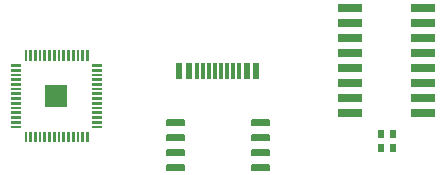
<source format=gbr>
G04 EAGLE Gerber RS-274X export*
G75*
%MOMM*%
%FSLAX34Y34*%
%LPD*%
%INSolderpaste Top*%
%IPPOS*%
%AMOC8*
5,1,8,0,0,1.08239X$1,22.5*%
G01*
%ADD10C,0.145000*%
%ADD11R,1.960000X1.960000*%
%ADD12C,0.050000*%
%ADD13R,2.032000X0.660400*%
%ADD14R,0.600000X1.450000*%
%ADD15R,0.300000X1.450000*%
%ADD16R,0.600000X0.700000*%


D10*
X504975Y893953D02*
X519625Y893953D01*
X519625Y889603D01*
X504975Y889603D01*
X504975Y893953D01*
X504975Y890980D02*
X519625Y890980D01*
X519625Y892357D02*
X504975Y892357D01*
X504975Y893734D02*
X519625Y893734D01*
X519625Y906653D02*
X504975Y906653D01*
X519625Y906653D02*
X519625Y902303D01*
X504975Y902303D01*
X504975Y906653D01*
X504975Y903680D02*
X519625Y903680D01*
X519625Y905057D02*
X504975Y905057D01*
X504975Y906434D02*
X519625Y906434D01*
X519625Y919353D02*
X504975Y919353D01*
X519625Y919353D02*
X519625Y915003D01*
X504975Y915003D01*
X504975Y919353D01*
X504975Y916380D02*
X519625Y916380D01*
X519625Y917757D02*
X504975Y917757D01*
X504975Y919134D02*
X519625Y919134D01*
X519625Y932053D02*
X504975Y932053D01*
X519625Y932053D02*
X519625Y927703D01*
X504975Y927703D01*
X504975Y932053D01*
X504975Y929080D02*
X519625Y929080D01*
X519625Y930457D02*
X504975Y930457D01*
X504975Y931834D02*
X519625Y931834D01*
X447525Y932053D02*
X432875Y932053D01*
X447525Y932053D02*
X447525Y927703D01*
X432875Y927703D01*
X432875Y932053D01*
X432875Y929080D02*
X447525Y929080D01*
X447525Y930457D02*
X432875Y930457D01*
X432875Y931834D02*
X447525Y931834D01*
X447525Y919353D02*
X432875Y919353D01*
X447525Y919353D02*
X447525Y915003D01*
X432875Y915003D01*
X432875Y919353D01*
X432875Y916380D02*
X447525Y916380D01*
X447525Y917757D02*
X432875Y917757D01*
X432875Y919134D02*
X447525Y919134D01*
X447525Y906653D02*
X432875Y906653D01*
X447525Y906653D02*
X447525Y902303D01*
X432875Y902303D01*
X432875Y906653D01*
X432875Y903680D02*
X447525Y903680D01*
X447525Y905057D02*
X432875Y905057D01*
X432875Y906434D02*
X447525Y906434D01*
X447525Y893953D02*
X432875Y893953D01*
X447525Y893953D02*
X447525Y889603D01*
X432875Y889603D01*
X432875Y893953D01*
X432875Y890980D02*
X447525Y890980D01*
X447525Y892357D02*
X432875Y892357D01*
X432875Y893734D02*
X447525Y893734D01*
D11*
X339328Y952500D03*
D12*
X301028Y977750D02*
X301028Y979250D01*
X308928Y979250D01*
X308928Y977750D01*
X301028Y977750D01*
X301028Y978225D02*
X308928Y978225D01*
X308928Y978700D02*
X301028Y978700D01*
X301028Y979175D02*
X308928Y979175D01*
X301028Y975250D02*
X301028Y973750D01*
X301028Y975250D02*
X308928Y975250D01*
X308928Y973750D01*
X301028Y973750D01*
X301028Y974225D02*
X308928Y974225D01*
X308928Y974700D02*
X301028Y974700D01*
X301028Y975175D02*
X308928Y975175D01*
X301028Y971250D02*
X301028Y969750D01*
X301028Y971250D02*
X308928Y971250D01*
X308928Y969750D01*
X301028Y969750D01*
X301028Y970225D02*
X308928Y970225D01*
X308928Y970700D02*
X301028Y970700D01*
X301028Y971175D02*
X308928Y971175D01*
X301028Y967250D02*
X301028Y965750D01*
X301028Y967250D02*
X308928Y967250D01*
X308928Y965750D01*
X301028Y965750D01*
X301028Y966225D02*
X308928Y966225D01*
X308928Y966700D02*
X301028Y966700D01*
X301028Y967175D02*
X308928Y967175D01*
X301028Y963250D02*
X301028Y961750D01*
X301028Y963250D02*
X308928Y963250D01*
X308928Y961750D01*
X301028Y961750D01*
X301028Y962225D02*
X308928Y962225D01*
X308928Y962700D02*
X301028Y962700D01*
X301028Y963175D02*
X308928Y963175D01*
X301028Y959250D02*
X301028Y957750D01*
X301028Y959250D02*
X308928Y959250D01*
X308928Y957750D01*
X301028Y957750D01*
X301028Y958225D02*
X308928Y958225D01*
X308928Y958700D02*
X301028Y958700D01*
X301028Y959175D02*
X308928Y959175D01*
X301028Y955250D02*
X301028Y953750D01*
X301028Y955250D02*
X308928Y955250D01*
X308928Y953750D01*
X301028Y953750D01*
X301028Y954225D02*
X308928Y954225D01*
X308928Y954700D02*
X301028Y954700D01*
X301028Y955175D02*
X308928Y955175D01*
X301028Y951250D02*
X301028Y949750D01*
X301028Y951250D02*
X308928Y951250D01*
X308928Y949750D01*
X301028Y949750D01*
X301028Y950225D02*
X308928Y950225D01*
X308928Y950700D02*
X301028Y950700D01*
X301028Y951175D02*
X308928Y951175D01*
X301028Y947250D02*
X301028Y945750D01*
X301028Y947250D02*
X308928Y947250D01*
X308928Y945750D01*
X301028Y945750D01*
X301028Y946225D02*
X308928Y946225D01*
X308928Y946700D02*
X301028Y946700D01*
X301028Y947175D02*
X308928Y947175D01*
X301028Y943250D02*
X301028Y941750D01*
X301028Y943250D02*
X308928Y943250D01*
X308928Y941750D01*
X301028Y941750D01*
X301028Y942225D02*
X308928Y942225D01*
X308928Y942700D02*
X301028Y942700D01*
X301028Y943175D02*
X308928Y943175D01*
X301028Y939250D02*
X301028Y937750D01*
X301028Y939250D02*
X308928Y939250D01*
X308928Y937750D01*
X301028Y937750D01*
X301028Y938225D02*
X308928Y938225D01*
X308928Y938700D02*
X301028Y938700D01*
X301028Y939175D02*
X308928Y939175D01*
X301028Y935250D02*
X301028Y933750D01*
X301028Y935250D02*
X308928Y935250D01*
X308928Y933750D01*
X301028Y933750D01*
X301028Y934225D02*
X308928Y934225D01*
X308928Y934700D02*
X301028Y934700D01*
X301028Y935175D02*
X308928Y935175D01*
X301028Y931250D02*
X301028Y929750D01*
X301028Y931250D02*
X308928Y931250D01*
X308928Y929750D01*
X301028Y929750D01*
X301028Y930225D02*
X308928Y930225D01*
X308928Y930700D02*
X301028Y930700D01*
X301028Y931175D02*
X308928Y931175D01*
X301028Y927250D02*
X301028Y925750D01*
X301028Y927250D02*
X308928Y927250D01*
X308928Y925750D01*
X301028Y925750D01*
X301028Y926225D02*
X308928Y926225D01*
X308928Y926700D02*
X301028Y926700D01*
X301028Y927175D02*
X308928Y927175D01*
X369728Y927250D02*
X369728Y925750D01*
X369728Y927250D02*
X377628Y927250D01*
X377628Y925750D01*
X369728Y925750D01*
X369728Y926225D02*
X377628Y926225D01*
X377628Y926700D02*
X369728Y926700D01*
X369728Y927175D02*
X377628Y927175D01*
X369728Y929750D02*
X369728Y931250D01*
X377628Y931250D01*
X377628Y929750D01*
X369728Y929750D01*
X369728Y930225D02*
X377628Y930225D01*
X377628Y930700D02*
X369728Y930700D01*
X369728Y931175D02*
X377628Y931175D01*
X369728Y933750D02*
X369728Y935250D01*
X377628Y935250D01*
X377628Y933750D01*
X369728Y933750D01*
X369728Y934225D02*
X377628Y934225D01*
X377628Y934700D02*
X369728Y934700D01*
X369728Y935175D02*
X377628Y935175D01*
X369728Y937750D02*
X369728Y939250D01*
X377628Y939250D01*
X377628Y937750D01*
X369728Y937750D01*
X369728Y938225D02*
X377628Y938225D01*
X377628Y938700D02*
X369728Y938700D01*
X369728Y939175D02*
X377628Y939175D01*
X369728Y941750D02*
X369728Y943250D01*
X377628Y943250D01*
X377628Y941750D01*
X369728Y941750D01*
X369728Y942225D02*
X377628Y942225D01*
X377628Y942700D02*
X369728Y942700D01*
X369728Y943175D02*
X377628Y943175D01*
X369728Y945750D02*
X369728Y947250D01*
X377628Y947250D01*
X377628Y945750D01*
X369728Y945750D01*
X369728Y946225D02*
X377628Y946225D01*
X377628Y946700D02*
X369728Y946700D01*
X369728Y947175D02*
X377628Y947175D01*
X369728Y949750D02*
X369728Y951250D01*
X377628Y951250D01*
X377628Y949750D01*
X369728Y949750D01*
X369728Y950225D02*
X377628Y950225D01*
X377628Y950700D02*
X369728Y950700D01*
X369728Y951175D02*
X377628Y951175D01*
X369728Y953750D02*
X369728Y955250D01*
X377628Y955250D01*
X377628Y953750D01*
X369728Y953750D01*
X369728Y954225D02*
X377628Y954225D01*
X377628Y954700D02*
X369728Y954700D01*
X369728Y955175D02*
X377628Y955175D01*
X369728Y957750D02*
X369728Y959250D01*
X377628Y959250D01*
X377628Y957750D01*
X369728Y957750D01*
X369728Y958225D02*
X377628Y958225D01*
X377628Y958700D02*
X369728Y958700D01*
X369728Y959175D02*
X377628Y959175D01*
X369728Y961750D02*
X369728Y963250D01*
X377628Y963250D01*
X377628Y961750D01*
X369728Y961750D01*
X369728Y962225D02*
X377628Y962225D01*
X377628Y962700D02*
X369728Y962700D01*
X369728Y963175D02*
X377628Y963175D01*
X369728Y965750D02*
X369728Y967250D01*
X377628Y967250D01*
X377628Y965750D01*
X369728Y965750D01*
X369728Y966225D02*
X377628Y966225D01*
X377628Y966700D02*
X369728Y966700D01*
X369728Y967175D02*
X377628Y967175D01*
X369728Y969750D02*
X369728Y971250D01*
X377628Y971250D01*
X377628Y969750D01*
X369728Y969750D01*
X369728Y970225D02*
X377628Y970225D01*
X377628Y970700D02*
X369728Y970700D01*
X369728Y971175D02*
X377628Y971175D01*
X369728Y973750D02*
X369728Y975250D01*
X377628Y975250D01*
X377628Y973750D01*
X369728Y973750D01*
X369728Y974225D02*
X377628Y974225D01*
X377628Y974700D02*
X369728Y974700D01*
X369728Y975175D02*
X377628Y975175D01*
X369728Y977750D02*
X369728Y979250D01*
X377628Y979250D01*
X377628Y977750D01*
X369728Y977750D01*
X369728Y978225D02*
X377628Y978225D01*
X377628Y978700D02*
X369728Y978700D01*
X369728Y979175D02*
X377628Y979175D01*
X364578Y982900D02*
X364578Y990800D01*
X366078Y990800D01*
X366078Y982900D01*
X364578Y982900D01*
X364578Y983375D02*
X366078Y983375D01*
X366078Y983850D02*
X364578Y983850D01*
X364578Y984325D02*
X366078Y984325D01*
X366078Y984800D02*
X364578Y984800D01*
X364578Y985275D02*
X366078Y985275D01*
X366078Y985750D02*
X364578Y985750D01*
X364578Y986225D02*
X366078Y986225D01*
X366078Y986700D02*
X364578Y986700D01*
X364578Y987175D02*
X366078Y987175D01*
X366078Y987650D02*
X364578Y987650D01*
X364578Y988125D02*
X366078Y988125D01*
X366078Y988600D02*
X364578Y988600D01*
X364578Y989075D02*
X366078Y989075D01*
X366078Y989550D02*
X364578Y989550D01*
X364578Y990025D02*
X366078Y990025D01*
X366078Y990500D02*
X364578Y990500D01*
X360578Y990800D02*
X360578Y982900D01*
X360578Y990800D02*
X362078Y990800D01*
X362078Y982900D01*
X360578Y982900D01*
X360578Y983375D02*
X362078Y983375D01*
X362078Y983850D02*
X360578Y983850D01*
X360578Y984325D02*
X362078Y984325D01*
X362078Y984800D02*
X360578Y984800D01*
X360578Y985275D02*
X362078Y985275D01*
X362078Y985750D02*
X360578Y985750D01*
X360578Y986225D02*
X362078Y986225D01*
X362078Y986700D02*
X360578Y986700D01*
X360578Y987175D02*
X362078Y987175D01*
X362078Y987650D02*
X360578Y987650D01*
X360578Y988125D02*
X362078Y988125D01*
X362078Y988600D02*
X360578Y988600D01*
X360578Y989075D02*
X362078Y989075D01*
X362078Y989550D02*
X360578Y989550D01*
X360578Y990025D02*
X362078Y990025D01*
X362078Y990500D02*
X360578Y990500D01*
X356578Y990800D02*
X356578Y982900D01*
X356578Y990800D02*
X358078Y990800D01*
X358078Y982900D01*
X356578Y982900D01*
X356578Y983375D02*
X358078Y983375D01*
X358078Y983850D02*
X356578Y983850D01*
X356578Y984325D02*
X358078Y984325D01*
X358078Y984800D02*
X356578Y984800D01*
X356578Y985275D02*
X358078Y985275D01*
X358078Y985750D02*
X356578Y985750D01*
X356578Y986225D02*
X358078Y986225D01*
X358078Y986700D02*
X356578Y986700D01*
X356578Y987175D02*
X358078Y987175D01*
X358078Y987650D02*
X356578Y987650D01*
X356578Y988125D02*
X358078Y988125D01*
X358078Y988600D02*
X356578Y988600D01*
X356578Y989075D02*
X358078Y989075D01*
X358078Y989550D02*
X356578Y989550D01*
X356578Y990025D02*
X358078Y990025D01*
X358078Y990500D02*
X356578Y990500D01*
X352578Y990800D02*
X352578Y982900D01*
X352578Y990800D02*
X354078Y990800D01*
X354078Y982900D01*
X352578Y982900D01*
X352578Y983375D02*
X354078Y983375D01*
X354078Y983850D02*
X352578Y983850D01*
X352578Y984325D02*
X354078Y984325D01*
X354078Y984800D02*
X352578Y984800D01*
X352578Y985275D02*
X354078Y985275D01*
X354078Y985750D02*
X352578Y985750D01*
X352578Y986225D02*
X354078Y986225D01*
X354078Y986700D02*
X352578Y986700D01*
X352578Y987175D02*
X354078Y987175D01*
X354078Y987650D02*
X352578Y987650D01*
X352578Y988125D02*
X354078Y988125D01*
X354078Y988600D02*
X352578Y988600D01*
X352578Y989075D02*
X354078Y989075D01*
X354078Y989550D02*
X352578Y989550D01*
X352578Y990025D02*
X354078Y990025D01*
X354078Y990500D02*
X352578Y990500D01*
X348578Y990800D02*
X348578Y982900D01*
X348578Y990800D02*
X350078Y990800D01*
X350078Y982900D01*
X348578Y982900D01*
X348578Y983375D02*
X350078Y983375D01*
X350078Y983850D02*
X348578Y983850D01*
X348578Y984325D02*
X350078Y984325D01*
X350078Y984800D02*
X348578Y984800D01*
X348578Y985275D02*
X350078Y985275D01*
X350078Y985750D02*
X348578Y985750D01*
X348578Y986225D02*
X350078Y986225D01*
X350078Y986700D02*
X348578Y986700D01*
X348578Y987175D02*
X350078Y987175D01*
X350078Y987650D02*
X348578Y987650D01*
X348578Y988125D02*
X350078Y988125D01*
X350078Y988600D02*
X348578Y988600D01*
X348578Y989075D02*
X350078Y989075D01*
X350078Y989550D02*
X348578Y989550D01*
X348578Y990025D02*
X350078Y990025D01*
X350078Y990500D02*
X348578Y990500D01*
X344578Y990800D02*
X344578Y982900D01*
X344578Y990800D02*
X346078Y990800D01*
X346078Y982900D01*
X344578Y982900D01*
X344578Y983375D02*
X346078Y983375D01*
X346078Y983850D02*
X344578Y983850D01*
X344578Y984325D02*
X346078Y984325D01*
X346078Y984800D02*
X344578Y984800D01*
X344578Y985275D02*
X346078Y985275D01*
X346078Y985750D02*
X344578Y985750D01*
X344578Y986225D02*
X346078Y986225D01*
X346078Y986700D02*
X344578Y986700D01*
X344578Y987175D02*
X346078Y987175D01*
X346078Y987650D02*
X344578Y987650D01*
X344578Y988125D02*
X346078Y988125D01*
X346078Y988600D02*
X344578Y988600D01*
X344578Y989075D02*
X346078Y989075D01*
X346078Y989550D02*
X344578Y989550D01*
X344578Y990025D02*
X346078Y990025D01*
X346078Y990500D02*
X344578Y990500D01*
X340578Y990800D02*
X340578Y982900D01*
X340578Y990800D02*
X342078Y990800D01*
X342078Y982900D01*
X340578Y982900D01*
X340578Y983375D02*
X342078Y983375D01*
X342078Y983850D02*
X340578Y983850D01*
X340578Y984325D02*
X342078Y984325D01*
X342078Y984800D02*
X340578Y984800D01*
X340578Y985275D02*
X342078Y985275D01*
X342078Y985750D02*
X340578Y985750D01*
X340578Y986225D02*
X342078Y986225D01*
X342078Y986700D02*
X340578Y986700D01*
X340578Y987175D02*
X342078Y987175D01*
X342078Y987650D02*
X340578Y987650D01*
X340578Y988125D02*
X342078Y988125D01*
X342078Y988600D02*
X340578Y988600D01*
X340578Y989075D02*
X342078Y989075D01*
X342078Y989550D02*
X340578Y989550D01*
X340578Y990025D02*
X342078Y990025D01*
X342078Y990500D02*
X340578Y990500D01*
X336578Y990800D02*
X336578Y982900D01*
X336578Y990800D02*
X338078Y990800D01*
X338078Y982900D01*
X336578Y982900D01*
X336578Y983375D02*
X338078Y983375D01*
X338078Y983850D02*
X336578Y983850D01*
X336578Y984325D02*
X338078Y984325D01*
X338078Y984800D02*
X336578Y984800D01*
X336578Y985275D02*
X338078Y985275D01*
X338078Y985750D02*
X336578Y985750D01*
X336578Y986225D02*
X338078Y986225D01*
X338078Y986700D02*
X336578Y986700D01*
X336578Y987175D02*
X338078Y987175D01*
X338078Y987650D02*
X336578Y987650D01*
X336578Y988125D02*
X338078Y988125D01*
X338078Y988600D02*
X336578Y988600D01*
X336578Y989075D02*
X338078Y989075D01*
X338078Y989550D02*
X336578Y989550D01*
X336578Y990025D02*
X338078Y990025D01*
X338078Y990500D02*
X336578Y990500D01*
X332578Y990800D02*
X332578Y982900D01*
X332578Y990800D02*
X334078Y990800D01*
X334078Y982900D01*
X332578Y982900D01*
X332578Y983375D02*
X334078Y983375D01*
X334078Y983850D02*
X332578Y983850D01*
X332578Y984325D02*
X334078Y984325D01*
X334078Y984800D02*
X332578Y984800D01*
X332578Y985275D02*
X334078Y985275D01*
X334078Y985750D02*
X332578Y985750D01*
X332578Y986225D02*
X334078Y986225D01*
X334078Y986700D02*
X332578Y986700D01*
X332578Y987175D02*
X334078Y987175D01*
X334078Y987650D02*
X332578Y987650D01*
X332578Y988125D02*
X334078Y988125D01*
X334078Y988600D02*
X332578Y988600D01*
X332578Y989075D02*
X334078Y989075D01*
X334078Y989550D02*
X332578Y989550D01*
X332578Y990025D02*
X334078Y990025D01*
X334078Y990500D02*
X332578Y990500D01*
X328578Y990800D02*
X328578Y982900D01*
X328578Y990800D02*
X330078Y990800D01*
X330078Y982900D01*
X328578Y982900D01*
X328578Y983375D02*
X330078Y983375D01*
X330078Y983850D02*
X328578Y983850D01*
X328578Y984325D02*
X330078Y984325D01*
X330078Y984800D02*
X328578Y984800D01*
X328578Y985275D02*
X330078Y985275D01*
X330078Y985750D02*
X328578Y985750D01*
X328578Y986225D02*
X330078Y986225D01*
X330078Y986700D02*
X328578Y986700D01*
X328578Y987175D02*
X330078Y987175D01*
X330078Y987650D02*
X328578Y987650D01*
X328578Y988125D02*
X330078Y988125D01*
X330078Y988600D02*
X328578Y988600D01*
X328578Y989075D02*
X330078Y989075D01*
X330078Y989550D02*
X328578Y989550D01*
X328578Y990025D02*
X330078Y990025D01*
X330078Y990500D02*
X328578Y990500D01*
X324578Y990800D02*
X324578Y982900D01*
X324578Y990800D02*
X326078Y990800D01*
X326078Y982900D01*
X324578Y982900D01*
X324578Y983375D02*
X326078Y983375D01*
X326078Y983850D02*
X324578Y983850D01*
X324578Y984325D02*
X326078Y984325D01*
X326078Y984800D02*
X324578Y984800D01*
X324578Y985275D02*
X326078Y985275D01*
X326078Y985750D02*
X324578Y985750D01*
X324578Y986225D02*
X326078Y986225D01*
X326078Y986700D02*
X324578Y986700D01*
X324578Y987175D02*
X326078Y987175D01*
X326078Y987650D02*
X324578Y987650D01*
X324578Y988125D02*
X326078Y988125D01*
X326078Y988600D02*
X324578Y988600D01*
X324578Y989075D02*
X326078Y989075D01*
X326078Y989550D02*
X324578Y989550D01*
X324578Y990025D02*
X326078Y990025D01*
X326078Y990500D02*
X324578Y990500D01*
X320578Y990800D02*
X320578Y982900D01*
X320578Y990800D02*
X322078Y990800D01*
X322078Y982900D01*
X320578Y982900D01*
X320578Y983375D02*
X322078Y983375D01*
X322078Y983850D02*
X320578Y983850D01*
X320578Y984325D02*
X322078Y984325D01*
X322078Y984800D02*
X320578Y984800D01*
X320578Y985275D02*
X322078Y985275D01*
X322078Y985750D02*
X320578Y985750D01*
X320578Y986225D02*
X322078Y986225D01*
X322078Y986700D02*
X320578Y986700D01*
X320578Y987175D02*
X322078Y987175D01*
X322078Y987650D02*
X320578Y987650D01*
X320578Y988125D02*
X322078Y988125D01*
X322078Y988600D02*
X320578Y988600D01*
X320578Y989075D02*
X322078Y989075D01*
X322078Y989550D02*
X320578Y989550D01*
X320578Y990025D02*
X322078Y990025D01*
X322078Y990500D02*
X320578Y990500D01*
X316578Y990800D02*
X316578Y982900D01*
X316578Y990800D02*
X318078Y990800D01*
X318078Y982900D01*
X316578Y982900D01*
X316578Y983375D02*
X318078Y983375D01*
X318078Y983850D02*
X316578Y983850D01*
X316578Y984325D02*
X318078Y984325D01*
X318078Y984800D02*
X316578Y984800D01*
X316578Y985275D02*
X318078Y985275D01*
X318078Y985750D02*
X316578Y985750D01*
X316578Y986225D02*
X318078Y986225D01*
X318078Y986700D02*
X316578Y986700D01*
X316578Y987175D02*
X318078Y987175D01*
X318078Y987650D02*
X316578Y987650D01*
X316578Y988125D02*
X318078Y988125D01*
X318078Y988600D02*
X316578Y988600D01*
X316578Y989075D02*
X318078Y989075D01*
X318078Y989550D02*
X316578Y989550D01*
X316578Y990025D02*
X318078Y990025D01*
X318078Y990500D02*
X316578Y990500D01*
X312578Y990800D02*
X312578Y982900D01*
X312578Y990800D02*
X314078Y990800D01*
X314078Y982900D01*
X312578Y982900D01*
X312578Y983375D02*
X314078Y983375D01*
X314078Y983850D02*
X312578Y983850D01*
X312578Y984325D02*
X314078Y984325D01*
X314078Y984800D02*
X312578Y984800D01*
X312578Y985275D02*
X314078Y985275D01*
X314078Y985750D02*
X312578Y985750D01*
X312578Y986225D02*
X314078Y986225D01*
X314078Y986700D02*
X312578Y986700D01*
X312578Y987175D02*
X314078Y987175D01*
X314078Y987650D02*
X312578Y987650D01*
X312578Y988125D02*
X314078Y988125D01*
X314078Y988600D02*
X312578Y988600D01*
X312578Y989075D02*
X314078Y989075D01*
X314078Y989550D02*
X312578Y989550D01*
X312578Y990025D02*
X314078Y990025D01*
X314078Y990500D02*
X312578Y990500D01*
X312578Y922100D02*
X312578Y914200D01*
X312578Y922100D02*
X314078Y922100D01*
X314078Y914200D01*
X312578Y914200D01*
X312578Y914675D02*
X314078Y914675D01*
X314078Y915150D02*
X312578Y915150D01*
X312578Y915625D02*
X314078Y915625D01*
X314078Y916100D02*
X312578Y916100D01*
X312578Y916575D02*
X314078Y916575D01*
X314078Y917050D02*
X312578Y917050D01*
X312578Y917525D02*
X314078Y917525D01*
X314078Y918000D02*
X312578Y918000D01*
X312578Y918475D02*
X314078Y918475D01*
X314078Y918950D02*
X312578Y918950D01*
X312578Y919425D02*
X314078Y919425D01*
X314078Y919900D02*
X312578Y919900D01*
X312578Y920375D02*
X314078Y920375D01*
X314078Y920850D02*
X312578Y920850D01*
X312578Y921325D02*
X314078Y921325D01*
X314078Y921800D02*
X312578Y921800D01*
X316578Y922100D02*
X316578Y914200D01*
X316578Y922100D02*
X318078Y922100D01*
X318078Y914200D01*
X316578Y914200D01*
X316578Y914675D02*
X318078Y914675D01*
X318078Y915150D02*
X316578Y915150D01*
X316578Y915625D02*
X318078Y915625D01*
X318078Y916100D02*
X316578Y916100D01*
X316578Y916575D02*
X318078Y916575D01*
X318078Y917050D02*
X316578Y917050D01*
X316578Y917525D02*
X318078Y917525D01*
X318078Y918000D02*
X316578Y918000D01*
X316578Y918475D02*
X318078Y918475D01*
X318078Y918950D02*
X316578Y918950D01*
X316578Y919425D02*
X318078Y919425D01*
X318078Y919900D02*
X316578Y919900D01*
X316578Y920375D02*
X318078Y920375D01*
X318078Y920850D02*
X316578Y920850D01*
X316578Y921325D02*
X318078Y921325D01*
X318078Y921800D02*
X316578Y921800D01*
X320578Y922100D02*
X320578Y914200D01*
X320578Y922100D02*
X322078Y922100D01*
X322078Y914200D01*
X320578Y914200D01*
X320578Y914675D02*
X322078Y914675D01*
X322078Y915150D02*
X320578Y915150D01*
X320578Y915625D02*
X322078Y915625D01*
X322078Y916100D02*
X320578Y916100D01*
X320578Y916575D02*
X322078Y916575D01*
X322078Y917050D02*
X320578Y917050D01*
X320578Y917525D02*
X322078Y917525D01*
X322078Y918000D02*
X320578Y918000D01*
X320578Y918475D02*
X322078Y918475D01*
X322078Y918950D02*
X320578Y918950D01*
X320578Y919425D02*
X322078Y919425D01*
X322078Y919900D02*
X320578Y919900D01*
X320578Y920375D02*
X322078Y920375D01*
X322078Y920850D02*
X320578Y920850D01*
X320578Y921325D02*
X322078Y921325D01*
X322078Y921800D02*
X320578Y921800D01*
X324578Y922100D02*
X324578Y914200D01*
X324578Y922100D02*
X326078Y922100D01*
X326078Y914200D01*
X324578Y914200D01*
X324578Y914675D02*
X326078Y914675D01*
X326078Y915150D02*
X324578Y915150D01*
X324578Y915625D02*
X326078Y915625D01*
X326078Y916100D02*
X324578Y916100D01*
X324578Y916575D02*
X326078Y916575D01*
X326078Y917050D02*
X324578Y917050D01*
X324578Y917525D02*
X326078Y917525D01*
X326078Y918000D02*
X324578Y918000D01*
X324578Y918475D02*
X326078Y918475D01*
X326078Y918950D02*
X324578Y918950D01*
X324578Y919425D02*
X326078Y919425D01*
X326078Y919900D02*
X324578Y919900D01*
X324578Y920375D02*
X326078Y920375D01*
X326078Y920850D02*
X324578Y920850D01*
X324578Y921325D02*
X326078Y921325D01*
X326078Y921800D02*
X324578Y921800D01*
X328578Y922100D02*
X328578Y914200D01*
X328578Y922100D02*
X330078Y922100D01*
X330078Y914200D01*
X328578Y914200D01*
X328578Y914675D02*
X330078Y914675D01*
X330078Y915150D02*
X328578Y915150D01*
X328578Y915625D02*
X330078Y915625D01*
X330078Y916100D02*
X328578Y916100D01*
X328578Y916575D02*
X330078Y916575D01*
X330078Y917050D02*
X328578Y917050D01*
X328578Y917525D02*
X330078Y917525D01*
X330078Y918000D02*
X328578Y918000D01*
X328578Y918475D02*
X330078Y918475D01*
X330078Y918950D02*
X328578Y918950D01*
X328578Y919425D02*
X330078Y919425D01*
X330078Y919900D02*
X328578Y919900D01*
X328578Y920375D02*
X330078Y920375D01*
X330078Y920850D02*
X328578Y920850D01*
X328578Y921325D02*
X330078Y921325D01*
X330078Y921800D02*
X328578Y921800D01*
X332578Y922100D02*
X332578Y914200D01*
X332578Y922100D02*
X334078Y922100D01*
X334078Y914200D01*
X332578Y914200D01*
X332578Y914675D02*
X334078Y914675D01*
X334078Y915150D02*
X332578Y915150D01*
X332578Y915625D02*
X334078Y915625D01*
X334078Y916100D02*
X332578Y916100D01*
X332578Y916575D02*
X334078Y916575D01*
X334078Y917050D02*
X332578Y917050D01*
X332578Y917525D02*
X334078Y917525D01*
X334078Y918000D02*
X332578Y918000D01*
X332578Y918475D02*
X334078Y918475D01*
X334078Y918950D02*
X332578Y918950D01*
X332578Y919425D02*
X334078Y919425D01*
X334078Y919900D02*
X332578Y919900D01*
X332578Y920375D02*
X334078Y920375D01*
X334078Y920850D02*
X332578Y920850D01*
X332578Y921325D02*
X334078Y921325D01*
X334078Y921800D02*
X332578Y921800D01*
X336578Y922100D02*
X336578Y914200D01*
X336578Y922100D02*
X338078Y922100D01*
X338078Y914200D01*
X336578Y914200D01*
X336578Y914675D02*
X338078Y914675D01*
X338078Y915150D02*
X336578Y915150D01*
X336578Y915625D02*
X338078Y915625D01*
X338078Y916100D02*
X336578Y916100D01*
X336578Y916575D02*
X338078Y916575D01*
X338078Y917050D02*
X336578Y917050D01*
X336578Y917525D02*
X338078Y917525D01*
X338078Y918000D02*
X336578Y918000D01*
X336578Y918475D02*
X338078Y918475D01*
X338078Y918950D02*
X336578Y918950D01*
X336578Y919425D02*
X338078Y919425D01*
X338078Y919900D02*
X336578Y919900D01*
X336578Y920375D02*
X338078Y920375D01*
X338078Y920850D02*
X336578Y920850D01*
X336578Y921325D02*
X338078Y921325D01*
X338078Y921800D02*
X336578Y921800D01*
X340578Y922100D02*
X340578Y914200D01*
X340578Y922100D02*
X342078Y922100D01*
X342078Y914200D01*
X340578Y914200D01*
X340578Y914675D02*
X342078Y914675D01*
X342078Y915150D02*
X340578Y915150D01*
X340578Y915625D02*
X342078Y915625D01*
X342078Y916100D02*
X340578Y916100D01*
X340578Y916575D02*
X342078Y916575D01*
X342078Y917050D02*
X340578Y917050D01*
X340578Y917525D02*
X342078Y917525D01*
X342078Y918000D02*
X340578Y918000D01*
X340578Y918475D02*
X342078Y918475D01*
X342078Y918950D02*
X340578Y918950D01*
X340578Y919425D02*
X342078Y919425D01*
X342078Y919900D02*
X340578Y919900D01*
X340578Y920375D02*
X342078Y920375D01*
X342078Y920850D02*
X340578Y920850D01*
X340578Y921325D02*
X342078Y921325D01*
X342078Y921800D02*
X340578Y921800D01*
X344578Y922100D02*
X344578Y914200D01*
X344578Y922100D02*
X346078Y922100D01*
X346078Y914200D01*
X344578Y914200D01*
X344578Y914675D02*
X346078Y914675D01*
X346078Y915150D02*
X344578Y915150D01*
X344578Y915625D02*
X346078Y915625D01*
X346078Y916100D02*
X344578Y916100D01*
X344578Y916575D02*
X346078Y916575D01*
X346078Y917050D02*
X344578Y917050D01*
X344578Y917525D02*
X346078Y917525D01*
X346078Y918000D02*
X344578Y918000D01*
X344578Y918475D02*
X346078Y918475D01*
X346078Y918950D02*
X344578Y918950D01*
X344578Y919425D02*
X346078Y919425D01*
X346078Y919900D02*
X344578Y919900D01*
X344578Y920375D02*
X346078Y920375D01*
X346078Y920850D02*
X344578Y920850D01*
X344578Y921325D02*
X346078Y921325D01*
X346078Y921800D02*
X344578Y921800D01*
X348578Y922100D02*
X348578Y914200D01*
X348578Y922100D02*
X350078Y922100D01*
X350078Y914200D01*
X348578Y914200D01*
X348578Y914675D02*
X350078Y914675D01*
X350078Y915150D02*
X348578Y915150D01*
X348578Y915625D02*
X350078Y915625D01*
X350078Y916100D02*
X348578Y916100D01*
X348578Y916575D02*
X350078Y916575D01*
X350078Y917050D02*
X348578Y917050D01*
X348578Y917525D02*
X350078Y917525D01*
X350078Y918000D02*
X348578Y918000D01*
X348578Y918475D02*
X350078Y918475D01*
X350078Y918950D02*
X348578Y918950D01*
X348578Y919425D02*
X350078Y919425D01*
X350078Y919900D02*
X348578Y919900D01*
X348578Y920375D02*
X350078Y920375D01*
X350078Y920850D02*
X348578Y920850D01*
X348578Y921325D02*
X350078Y921325D01*
X350078Y921800D02*
X348578Y921800D01*
X352578Y922100D02*
X352578Y914200D01*
X352578Y922100D02*
X354078Y922100D01*
X354078Y914200D01*
X352578Y914200D01*
X352578Y914675D02*
X354078Y914675D01*
X354078Y915150D02*
X352578Y915150D01*
X352578Y915625D02*
X354078Y915625D01*
X354078Y916100D02*
X352578Y916100D01*
X352578Y916575D02*
X354078Y916575D01*
X354078Y917050D02*
X352578Y917050D01*
X352578Y917525D02*
X354078Y917525D01*
X354078Y918000D02*
X352578Y918000D01*
X352578Y918475D02*
X354078Y918475D01*
X354078Y918950D02*
X352578Y918950D01*
X352578Y919425D02*
X354078Y919425D01*
X354078Y919900D02*
X352578Y919900D01*
X352578Y920375D02*
X354078Y920375D01*
X354078Y920850D02*
X352578Y920850D01*
X352578Y921325D02*
X354078Y921325D01*
X354078Y921800D02*
X352578Y921800D01*
X356578Y922100D02*
X356578Y914200D01*
X356578Y922100D02*
X358078Y922100D01*
X358078Y914200D01*
X356578Y914200D01*
X356578Y914675D02*
X358078Y914675D01*
X358078Y915150D02*
X356578Y915150D01*
X356578Y915625D02*
X358078Y915625D01*
X358078Y916100D02*
X356578Y916100D01*
X356578Y916575D02*
X358078Y916575D01*
X358078Y917050D02*
X356578Y917050D01*
X356578Y917525D02*
X358078Y917525D01*
X358078Y918000D02*
X356578Y918000D01*
X356578Y918475D02*
X358078Y918475D01*
X358078Y918950D02*
X356578Y918950D01*
X356578Y919425D02*
X358078Y919425D01*
X358078Y919900D02*
X356578Y919900D01*
X356578Y920375D02*
X358078Y920375D01*
X358078Y920850D02*
X356578Y920850D01*
X356578Y921325D02*
X358078Y921325D01*
X358078Y921800D02*
X356578Y921800D01*
X360578Y922100D02*
X360578Y914200D01*
X360578Y922100D02*
X362078Y922100D01*
X362078Y914200D01*
X360578Y914200D01*
X360578Y914675D02*
X362078Y914675D01*
X362078Y915150D02*
X360578Y915150D01*
X360578Y915625D02*
X362078Y915625D01*
X362078Y916100D02*
X360578Y916100D01*
X360578Y916575D02*
X362078Y916575D01*
X362078Y917050D02*
X360578Y917050D01*
X360578Y917525D02*
X362078Y917525D01*
X362078Y918000D02*
X360578Y918000D01*
X360578Y918475D02*
X362078Y918475D01*
X362078Y918950D02*
X360578Y918950D01*
X360578Y919425D02*
X362078Y919425D01*
X362078Y919900D02*
X360578Y919900D01*
X360578Y920375D02*
X362078Y920375D01*
X362078Y920850D02*
X360578Y920850D01*
X360578Y921325D02*
X362078Y921325D01*
X362078Y921800D02*
X360578Y921800D01*
X364578Y922100D02*
X364578Y914200D01*
X364578Y922100D02*
X366078Y922100D01*
X366078Y914200D01*
X364578Y914200D01*
X364578Y914675D02*
X366078Y914675D01*
X366078Y915150D02*
X364578Y915150D01*
X364578Y915625D02*
X366078Y915625D01*
X366078Y916100D02*
X364578Y916100D01*
X364578Y916575D02*
X366078Y916575D01*
X366078Y917050D02*
X364578Y917050D01*
X364578Y917525D02*
X366078Y917525D01*
X366078Y918000D02*
X364578Y918000D01*
X364578Y918475D02*
X366078Y918475D01*
X366078Y918950D02*
X364578Y918950D01*
X364578Y919425D02*
X366078Y919425D01*
X366078Y919900D02*
X364578Y919900D01*
X364578Y920375D02*
X366078Y920375D01*
X366078Y920850D02*
X364578Y920850D01*
X364578Y921325D02*
X366078Y921325D01*
X366078Y921800D02*
X364578Y921800D01*
D13*
X588391Y1026716D03*
X649859Y1026716D03*
X588391Y1014016D03*
X588391Y1001316D03*
X649859Y1014016D03*
X649859Y1001316D03*
X588391Y988616D03*
X649859Y988616D03*
X588391Y975916D03*
X649859Y975916D03*
X588391Y963216D03*
X588391Y950516D03*
X649859Y963216D03*
X649859Y950516D03*
X588391Y937816D03*
X649859Y937816D03*
D14*
X508750Y972988D03*
X500750Y972988D03*
D15*
X478750Y972988D03*
X483750Y972988D03*
X488750Y972988D03*
X493750Y972988D03*
X473750Y972988D03*
X468750Y972988D03*
X463750Y972988D03*
X458750Y972988D03*
D14*
X451750Y972988D03*
X443750Y972988D03*
D16*
X614125Y919758D03*
X624125Y919758D03*
X614125Y907852D03*
X624125Y907852D03*
M02*

</source>
